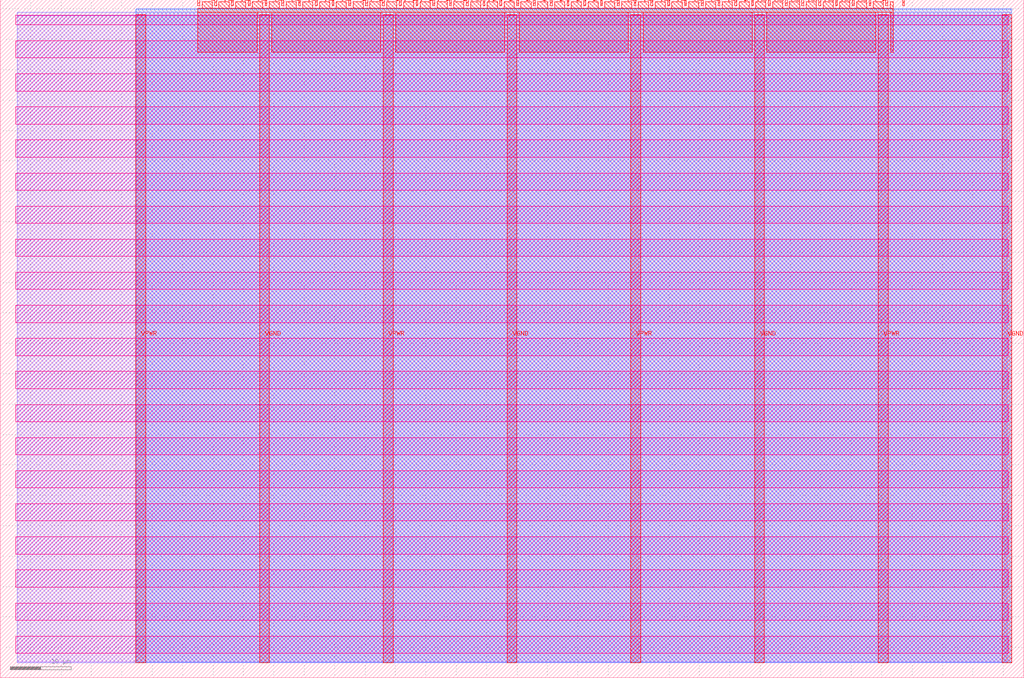
<source format=lef>
VERSION 5.7 ;
  NOWIREEXTENSIONATPIN ON ;
  DIVIDERCHAR "/" ;
  BUSBITCHARS "[]" ;
MACRO tt_um_wokwi_380477805171811329
  CLASS BLOCK ;
  FOREIGN tt_um_wokwi_380477805171811329 ;
  ORIGIN 0.000 0.000 ;
  SIZE 168.360 BY 111.520 ;
  PIN VGND
    DIRECTION INOUT ;
    USE GROUND ;
    PORT
      LAYER met4 ;
        RECT 42.670 2.480 44.270 109.040 ;
    END
    PORT
      LAYER met4 ;
        RECT 83.380 2.480 84.980 109.040 ;
    END
    PORT
      LAYER met4 ;
        RECT 124.090 2.480 125.690 109.040 ;
    END
    PORT
      LAYER met4 ;
        RECT 164.800 2.480 166.400 109.040 ;
    END
  END VGND
  PIN VPWR
    DIRECTION INOUT ;
    USE POWER ;
    PORT
      LAYER met4 ;
        RECT 22.315 2.480 23.915 109.040 ;
    END
    PORT
      LAYER met4 ;
        RECT 63.025 2.480 64.625 109.040 ;
    END
    PORT
      LAYER met4 ;
        RECT 103.735 2.480 105.335 109.040 ;
    END
    PORT
      LAYER met4 ;
        RECT 144.445 2.480 146.045 109.040 ;
    END
  END VPWR
  PIN clk
    DIRECTION INPUT ;
    USE SIGNAL ;
    ANTENNAGATEAREA 0.852000 ;
    PORT
      LAYER met4 ;
        RECT 145.670 110.520 145.970 111.520 ;
    END
  END clk
  PIN ena
    DIRECTION INPUT ;
    USE SIGNAL ;
    PORT
      LAYER met4 ;
        RECT 148.430 110.520 148.730 111.520 ;
    END
  END ena
  PIN rst_n
    DIRECTION INPUT ;
    USE SIGNAL ;
    PORT
      LAYER met4 ;
        RECT 142.910 110.520 143.210 111.520 ;
    END
  END rst_n
  PIN ui_in[0]
    DIRECTION INPUT ;
    USE SIGNAL ;
    ANTENNAGATEAREA 0.196500 ;
    PORT
      LAYER met4 ;
        RECT 140.150 110.520 140.450 111.520 ;
    END
  END ui_in[0]
  PIN ui_in[1]
    DIRECTION INPUT ;
    USE SIGNAL ;
    ANTENNAGATEAREA 0.196500 ;
    PORT
      LAYER met4 ;
        RECT 137.390 110.520 137.690 111.520 ;
    END
  END ui_in[1]
  PIN ui_in[2]
    DIRECTION INPUT ;
    USE SIGNAL ;
    PORT
      LAYER met4 ;
        RECT 134.630 110.520 134.930 111.520 ;
    END
  END ui_in[2]
  PIN ui_in[3]
    DIRECTION INPUT ;
    USE SIGNAL ;
    ANTENNAGATEAREA 0.196500 ;
    PORT
      LAYER met4 ;
        RECT 131.870 110.520 132.170 111.520 ;
    END
  END ui_in[3]
  PIN ui_in[4]
    DIRECTION INPUT ;
    USE SIGNAL ;
    ANTENNAGATEAREA 0.196500 ;
    PORT
      LAYER met4 ;
        RECT 129.110 110.520 129.410 111.520 ;
    END
  END ui_in[4]
  PIN ui_in[5]
    DIRECTION INPUT ;
    USE SIGNAL ;
    ANTENNAGATEAREA 0.196500 ;
    PORT
      LAYER met4 ;
        RECT 126.350 110.520 126.650 111.520 ;
    END
  END ui_in[5]
  PIN ui_in[6]
    DIRECTION INPUT ;
    USE SIGNAL ;
    ANTENNAGATEAREA 0.126000 ;
    PORT
      LAYER met4 ;
        RECT 123.590 110.520 123.890 111.520 ;
    END
  END ui_in[6]
  PIN ui_in[7]
    DIRECTION INPUT ;
    USE SIGNAL ;
    ANTENNAGATEAREA 0.196500 ;
    PORT
      LAYER met4 ;
        RECT 120.830 110.520 121.130 111.520 ;
    END
  END ui_in[7]
  PIN uio_in[0]
    DIRECTION INPUT ;
    USE SIGNAL ;
    PORT
      LAYER met4 ;
        RECT 118.070 110.520 118.370 111.520 ;
    END
  END uio_in[0]
  PIN uio_in[1]
    DIRECTION INPUT ;
    USE SIGNAL ;
    PORT
      LAYER met4 ;
        RECT 115.310 110.520 115.610 111.520 ;
    END
  END uio_in[1]
  PIN uio_in[2]
    DIRECTION INPUT ;
    USE SIGNAL ;
    PORT
      LAYER met4 ;
        RECT 112.550 110.520 112.850 111.520 ;
    END
  END uio_in[2]
  PIN uio_in[3]
    DIRECTION INPUT ;
    USE SIGNAL ;
    PORT
      LAYER met4 ;
        RECT 109.790 110.520 110.090 111.520 ;
    END
  END uio_in[3]
  PIN uio_in[4]
    DIRECTION INPUT ;
    USE SIGNAL ;
    PORT
      LAYER met4 ;
        RECT 107.030 110.520 107.330 111.520 ;
    END
  END uio_in[4]
  PIN uio_in[5]
    DIRECTION INPUT ;
    USE SIGNAL ;
    PORT
      LAYER met4 ;
        RECT 104.270 110.520 104.570 111.520 ;
    END
  END uio_in[5]
  PIN uio_in[6]
    DIRECTION INPUT ;
    USE SIGNAL ;
    PORT
      LAYER met4 ;
        RECT 101.510 110.520 101.810 111.520 ;
    END
  END uio_in[6]
  PIN uio_in[7]
    DIRECTION INPUT ;
    USE SIGNAL ;
    PORT
      LAYER met4 ;
        RECT 98.750 110.520 99.050 111.520 ;
    END
  END uio_in[7]
  PIN uio_oe[0]
    DIRECTION OUTPUT TRISTATE ;
    USE SIGNAL ;
    PORT
      LAYER met4 ;
        RECT 51.830 110.520 52.130 111.520 ;
    END
  END uio_oe[0]
  PIN uio_oe[1]
    DIRECTION OUTPUT TRISTATE ;
    USE SIGNAL ;
    PORT
      LAYER met4 ;
        RECT 49.070 110.520 49.370 111.520 ;
    END
  END uio_oe[1]
  PIN uio_oe[2]
    DIRECTION OUTPUT TRISTATE ;
    USE SIGNAL ;
    PORT
      LAYER met4 ;
        RECT 46.310 110.520 46.610 111.520 ;
    END
  END uio_oe[2]
  PIN uio_oe[3]
    DIRECTION OUTPUT TRISTATE ;
    USE SIGNAL ;
    PORT
      LAYER met4 ;
        RECT 43.550 110.520 43.850 111.520 ;
    END
  END uio_oe[3]
  PIN uio_oe[4]
    DIRECTION OUTPUT TRISTATE ;
    USE SIGNAL ;
    PORT
      LAYER met4 ;
        RECT 40.790 110.520 41.090 111.520 ;
    END
  END uio_oe[4]
  PIN uio_oe[5]
    DIRECTION OUTPUT TRISTATE ;
    USE SIGNAL ;
    PORT
      LAYER met4 ;
        RECT 38.030 110.520 38.330 111.520 ;
    END
  END uio_oe[5]
  PIN uio_oe[6]
    DIRECTION OUTPUT TRISTATE ;
    USE SIGNAL ;
    PORT
      LAYER met4 ;
        RECT 35.270 110.520 35.570 111.520 ;
    END
  END uio_oe[6]
  PIN uio_oe[7]
    DIRECTION OUTPUT TRISTATE ;
    USE SIGNAL ;
    PORT
      LAYER met4 ;
        RECT 32.510 110.520 32.810 111.520 ;
    END
  END uio_oe[7]
  PIN uio_out[0]
    DIRECTION OUTPUT TRISTATE ;
    USE SIGNAL ;
    PORT
      LAYER met4 ;
        RECT 73.910 110.520 74.210 111.520 ;
    END
  END uio_out[0]
  PIN uio_out[1]
    DIRECTION OUTPUT TRISTATE ;
    USE SIGNAL ;
    PORT
      LAYER met4 ;
        RECT 71.150 110.520 71.450 111.520 ;
    END
  END uio_out[1]
  PIN uio_out[2]
    DIRECTION OUTPUT TRISTATE ;
    USE SIGNAL ;
    PORT
      LAYER met4 ;
        RECT 68.390 110.520 68.690 111.520 ;
    END
  END uio_out[2]
  PIN uio_out[3]
    DIRECTION OUTPUT TRISTATE ;
    USE SIGNAL ;
    PORT
      LAYER met4 ;
        RECT 65.630 110.520 65.930 111.520 ;
    END
  END uio_out[3]
  PIN uio_out[4]
    DIRECTION OUTPUT TRISTATE ;
    USE SIGNAL ;
    PORT
      LAYER met4 ;
        RECT 62.870 110.520 63.170 111.520 ;
    END
  END uio_out[4]
  PIN uio_out[5]
    DIRECTION OUTPUT TRISTATE ;
    USE SIGNAL ;
    PORT
      LAYER met4 ;
        RECT 60.110 110.520 60.410 111.520 ;
    END
  END uio_out[5]
  PIN uio_out[6]
    DIRECTION OUTPUT TRISTATE ;
    USE SIGNAL ;
    PORT
      LAYER met4 ;
        RECT 57.350 110.520 57.650 111.520 ;
    END
  END uio_out[6]
  PIN uio_out[7]
    DIRECTION OUTPUT TRISTATE ;
    USE SIGNAL ;
    PORT
      LAYER met4 ;
        RECT 54.590 110.520 54.890 111.520 ;
    END
  END uio_out[7]
  PIN uo_out[0]
    DIRECTION OUTPUT TRISTATE ;
    USE SIGNAL ;
    PORT
      LAYER met4 ;
        RECT 95.990 110.520 96.290 111.520 ;
    END
  END uo_out[0]
  PIN uo_out[1]
    DIRECTION OUTPUT TRISTATE ;
    USE SIGNAL ;
    ANTENNADIFFAREA 0.445500 ;
    PORT
      LAYER met4 ;
        RECT 93.230 110.520 93.530 111.520 ;
    END
  END uo_out[1]
  PIN uo_out[2]
    DIRECTION OUTPUT TRISTATE ;
    USE SIGNAL ;
    ANTENNADIFFAREA 0.795200 ;
    PORT
      LAYER met4 ;
        RECT 90.470 110.520 90.770 111.520 ;
    END
  END uo_out[2]
  PIN uo_out[3]
    DIRECTION OUTPUT TRISTATE ;
    USE SIGNAL ;
    ANTENNADIFFAREA 0.445500 ;
    PORT
      LAYER met4 ;
        RECT 87.710 110.520 88.010 111.520 ;
    END
  END uo_out[3]
  PIN uo_out[4]
    DIRECTION OUTPUT TRISTATE ;
    USE SIGNAL ;
    ANTENNADIFFAREA 0.445500 ;
    PORT
      LAYER met4 ;
        RECT 84.950 110.520 85.250 111.520 ;
    END
  END uo_out[4]
  PIN uo_out[5]
    DIRECTION OUTPUT TRISTATE ;
    USE SIGNAL ;
    PORT
      LAYER met4 ;
        RECT 82.190 110.520 82.490 111.520 ;
    END
  END uo_out[5]
  PIN uo_out[6]
    DIRECTION OUTPUT TRISTATE ;
    USE SIGNAL ;
    PORT
      LAYER met4 ;
        RECT 79.430 110.520 79.730 111.520 ;
    END
  END uo_out[6]
  PIN uo_out[7]
    DIRECTION OUTPUT TRISTATE ;
    USE SIGNAL ;
    PORT
      LAYER met4 ;
        RECT 76.670 110.520 76.970 111.520 ;
    END
  END uo_out[7]
  OBS
      LAYER nwell ;
        RECT 2.570 107.385 165.790 108.990 ;
        RECT 2.570 101.945 165.790 104.775 ;
        RECT 2.570 96.505 165.790 99.335 ;
        RECT 2.570 91.065 165.790 93.895 ;
        RECT 2.570 85.625 165.790 88.455 ;
        RECT 2.570 80.185 165.790 83.015 ;
        RECT 2.570 74.745 165.790 77.575 ;
        RECT 2.570 69.305 165.790 72.135 ;
        RECT 2.570 63.865 165.790 66.695 ;
        RECT 2.570 58.425 165.790 61.255 ;
        RECT 2.570 52.985 165.790 55.815 ;
        RECT 2.570 47.545 165.790 50.375 ;
        RECT 2.570 42.105 165.790 44.935 ;
        RECT 2.570 36.665 165.790 39.495 ;
        RECT 2.570 31.225 165.790 34.055 ;
        RECT 2.570 25.785 165.790 28.615 ;
        RECT 2.570 20.345 165.790 23.175 ;
        RECT 2.570 14.905 165.790 17.735 ;
        RECT 2.570 9.465 165.790 12.295 ;
        RECT 2.570 4.025 165.790 6.855 ;
      LAYER li1 ;
        RECT 2.760 2.635 165.600 108.885 ;
      LAYER met1 ;
        RECT 2.760 2.480 166.400 109.440 ;
      LAYER met2 ;
        RECT 22.345 2.535 166.370 110.005 ;
      LAYER met3 ;
        RECT 22.325 2.555 166.390 109.985 ;
      LAYER met4 ;
        RECT 33.210 110.120 34.870 111.170 ;
        RECT 35.970 110.120 37.630 111.170 ;
        RECT 38.730 110.120 40.390 111.170 ;
        RECT 41.490 110.120 43.150 111.170 ;
        RECT 44.250 110.120 45.910 111.170 ;
        RECT 47.010 110.120 48.670 111.170 ;
        RECT 49.770 110.120 51.430 111.170 ;
        RECT 52.530 110.120 54.190 111.170 ;
        RECT 55.290 110.120 56.950 111.170 ;
        RECT 58.050 110.120 59.710 111.170 ;
        RECT 60.810 110.120 62.470 111.170 ;
        RECT 63.570 110.120 65.230 111.170 ;
        RECT 66.330 110.120 67.990 111.170 ;
        RECT 69.090 110.120 70.750 111.170 ;
        RECT 71.850 110.120 73.510 111.170 ;
        RECT 74.610 110.120 76.270 111.170 ;
        RECT 77.370 110.120 79.030 111.170 ;
        RECT 80.130 110.120 81.790 111.170 ;
        RECT 82.890 110.120 84.550 111.170 ;
        RECT 85.650 110.120 87.310 111.170 ;
        RECT 88.410 110.120 90.070 111.170 ;
        RECT 91.170 110.120 92.830 111.170 ;
        RECT 93.930 110.120 95.590 111.170 ;
        RECT 96.690 110.120 98.350 111.170 ;
        RECT 99.450 110.120 101.110 111.170 ;
        RECT 102.210 110.120 103.870 111.170 ;
        RECT 104.970 110.120 106.630 111.170 ;
        RECT 107.730 110.120 109.390 111.170 ;
        RECT 110.490 110.120 112.150 111.170 ;
        RECT 113.250 110.120 114.910 111.170 ;
        RECT 116.010 110.120 117.670 111.170 ;
        RECT 118.770 110.120 120.430 111.170 ;
        RECT 121.530 110.120 123.190 111.170 ;
        RECT 124.290 110.120 125.950 111.170 ;
        RECT 127.050 110.120 128.710 111.170 ;
        RECT 129.810 110.120 131.470 111.170 ;
        RECT 132.570 110.120 134.230 111.170 ;
        RECT 135.330 110.120 136.990 111.170 ;
        RECT 138.090 110.120 139.750 111.170 ;
        RECT 140.850 110.120 142.510 111.170 ;
        RECT 143.610 110.120 145.270 111.170 ;
        RECT 146.370 110.120 146.905 111.170 ;
        RECT 32.495 109.440 146.905 110.120 ;
        RECT 32.495 102.855 42.270 109.440 ;
        RECT 44.670 102.855 62.625 109.440 ;
        RECT 65.025 102.855 82.980 109.440 ;
        RECT 85.380 102.855 103.335 109.440 ;
        RECT 105.735 102.855 123.690 109.440 ;
        RECT 126.090 102.855 144.045 109.440 ;
        RECT 146.445 102.855 146.905 109.440 ;
  END
END tt_um_wokwi_380477805171811329
END LIBRARY


</source>
